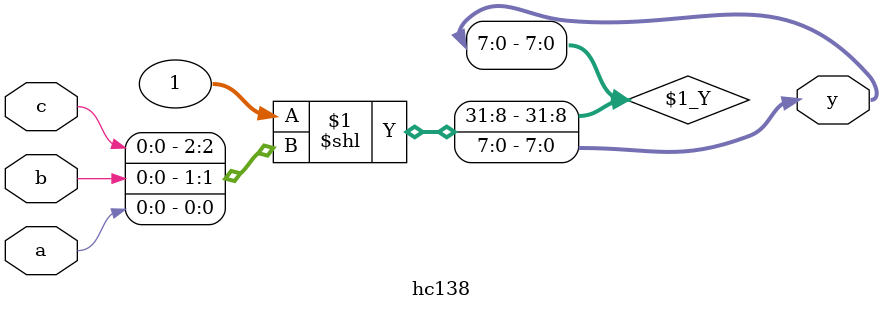
<source format=v>
module hc138(
    input  wire a,    // A0
    input  wire b,    // A1
    input  wire c,    // A2
    output wire [7:0] y  // 八个译码输出
);

    assign y = 1 << {c, b, a};  // 把 CBA 当成 3 bit 地址

endmodule

</source>
